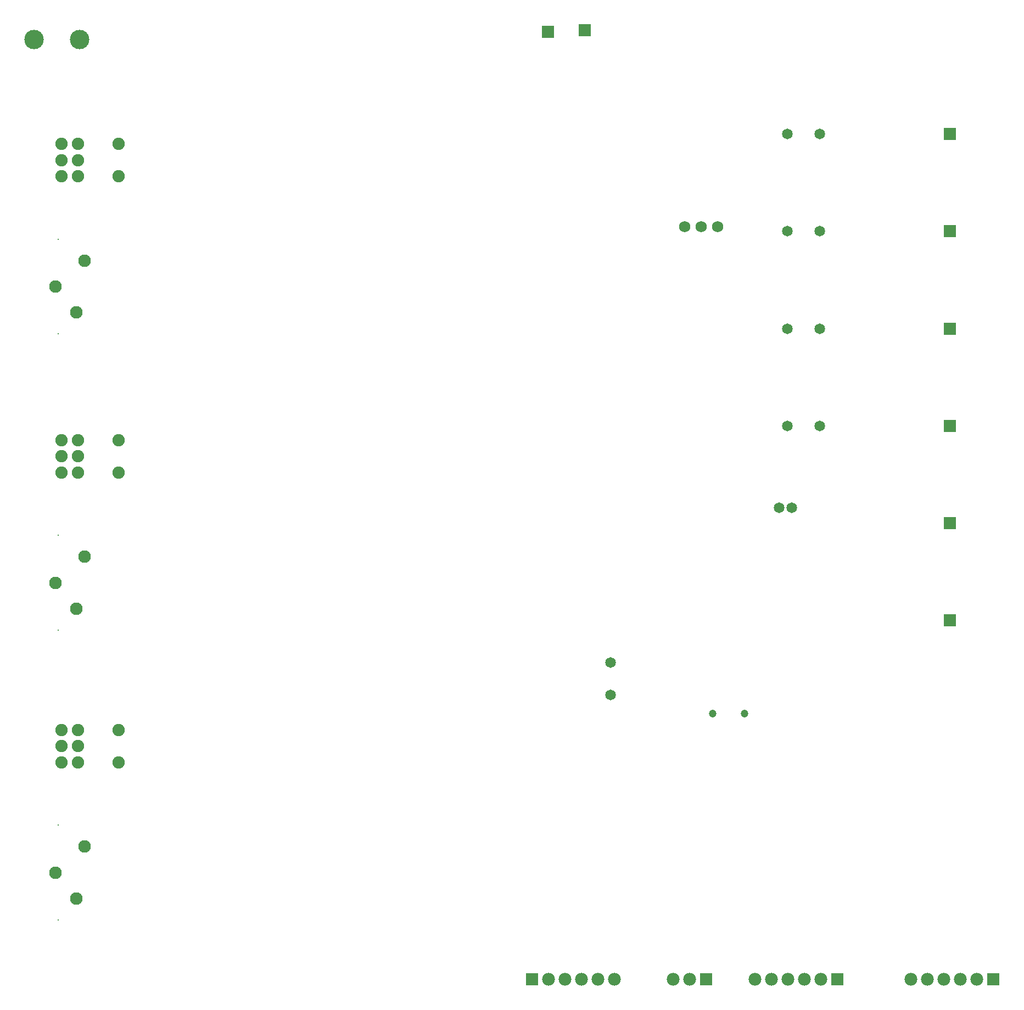
<source format=gbs>
G04*
G04 #@! TF.GenerationSoftware,Altium Limited,Altium Designer,20.0.13 (296)*
G04*
G04 Layer_Color=16711935*
%FSLAX44Y44*%
%MOMM*%
G71*
G01*
G75*
%ADD67C,1.9812*%
%ADD68R,1.9812X1.9812*%
%ADD69C,1.2032*%
%ADD70C,1.7272*%
%ADD71C,3.0032*%
G04:AMPARAMS|DCode=72|XSize=0.2032mm|YSize=0.2032mm|CornerRadius=0mm|HoleSize=0mm|Usage=FLASHONLY|Rotation=90.000|XOffset=0mm|YOffset=0mm|HoleType=Round|Shape=RoundedRectangle|*
%AMROUNDEDRECTD72*
21,1,0.2032,0.2032,0,0,90.0*
21,1,0.2032,0.2032,0,0,90.0*
1,1,0.0000,0.1016,0.1016*
1,1,0.0000,0.1016,-0.1016*
1,1,0.0000,-0.1016,-0.1016*
1,1,0.0000,-0.1016,0.1016*
%
%ADD72ROUNDEDRECTD72*%
%ADD73C,1.9532*%
%ADD74C,1.9032*%
%ADD75R,1.9812X1.9812*%
%ADD76C,1.6532*%
D67*
X1148800Y50000D02*
D03*
X1174200Y50000D02*
D03*
X1199600Y50000D02*
D03*
X1250400Y50000D02*
D03*
X1225000Y50000D02*
D03*
X932000Y50000D02*
D03*
X906600Y50000D02*
D03*
X881200Y50000D02*
D03*
X830400Y50000D02*
D03*
X855800Y50000D02*
D03*
X1389200Y50000D02*
D03*
X1414600Y50000D02*
D03*
X1440000Y50000D02*
D03*
X1490800Y50000D02*
D03*
X1465400Y50000D02*
D03*
X1022600D02*
D03*
X1048000Y50000D02*
D03*
D68*
X1275800Y50000D02*
D03*
X805000D02*
D03*
X1516200D02*
D03*
X1073400D02*
D03*
D69*
X1084000Y460000D02*
D03*
X1132800D02*
D03*
D70*
X1040600Y1211000D02*
D03*
X1091400D02*
D03*
X1066000D02*
D03*
D71*
X37500Y1500000D02*
D03*
X107500D02*
D03*
D72*
X75000Y1192000D02*
D03*
Y1046000D02*
D03*
Y735000D02*
D03*
Y589000D02*
D03*
Y288000D02*
D03*
Y142000D02*
D03*
D73*
X115000Y1159000D02*
D03*
X102500Y1079000D02*
D03*
X70000Y1119000D02*
D03*
X115000Y702000D02*
D03*
X102500Y622000D02*
D03*
X70000Y662000D02*
D03*
X115000Y255000D02*
D03*
X102500Y175000D02*
D03*
X70000Y215000D02*
D03*
D74*
X167500Y1339000D02*
D03*
Y1289000D02*
D03*
X80000Y1339000D02*
D03*
Y1314000D02*
D03*
Y1289000D02*
D03*
X105000D02*
D03*
Y1314000D02*
D03*
Y1339000D02*
D03*
X167500Y882000D02*
D03*
Y832000D02*
D03*
X80000Y882000D02*
D03*
Y857000D02*
D03*
Y832000D02*
D03*
X105000D02*
D03*
Y857000D02*
D03*
Y882000D02*
D03*
X167500Y435000D02*
D03*
Y385000D02*
D03*
X80000Y435000D02*
D03*
Y410000D02*
D03*
Y385000D02*
D03*
X105000D02*
D03*
Y410000D02*
D03*
Y435000D02*
D03*
D75*
X830000Y1512000D02*
D03*
X887000Y1514000D02*
D03*
X1450000Y1354000D02*
D03*
Y1204000D02*
D03*
Y1054000D02*
D03*
Y904000D02*
D03*
Y754000D02*
D03*
Y604000D02*
D03*
D76*
X926250Y539250D02*
D03*
Y489250D02*
D03*
X1249000Y904000D02*
D03*
X1199000D02*
D03*
X1249000Y1054000D02*
D03*
X1199000D02*
D03*
X1249000Y1204000D02*
D03*
X1199000D02*
D03*
X1186000Y778000D02*
D03*
X1206000D02*
D03*
X1249000Y1354000D02*
D03*
X1199000D02*
D03*
M02*

</source>
